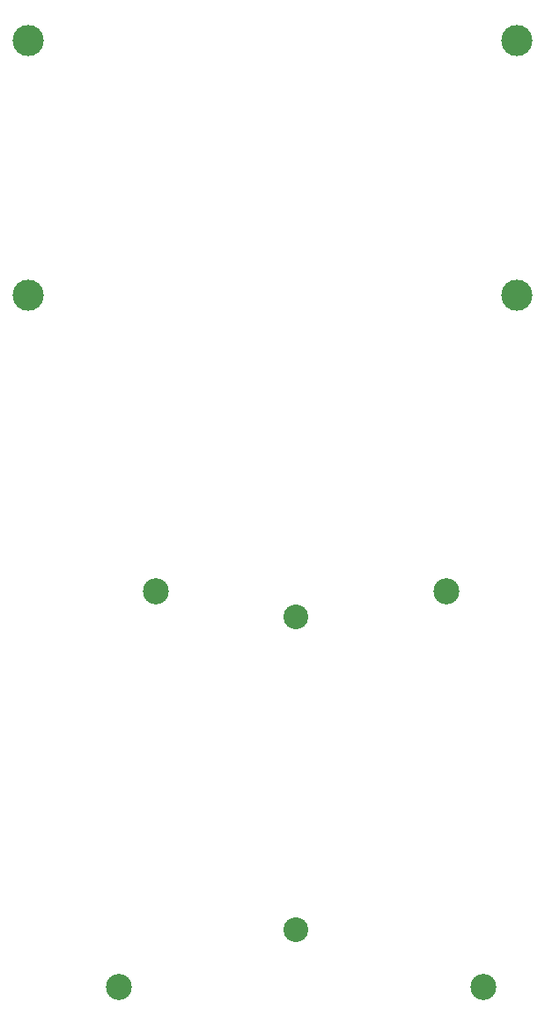
<source format=gbr>
%TF.GenerationSoftware,KiCad,Pcbnew,9.0.3*%
%TF.CreationDate,2025-09-20T20:11:44+05:30*%
%TF.ProjectId,RFID2,52464944-322e-46b6-9963-61645f706362,rev?*%
%TF.SameCoordinates,Original*%
%TF.FileFunction,NonPlated,1,2,NPTH,Drill*%
%TF.FilePolarity,Positive*%
%FSLAX46Y46*%
G04 Gerber Fmt 4.6, Leading zero omitted, Abs format (unit mm)*
G04 Created by KiCad (PCBNEW 9.0.3) date 2025-09-20 20:11:44*
%MOMM*%
%LPD*%
G01*
G04 APERTURE LIST*
%TA.AperFunction,ComponentDrill*%
%ADD10C,2.370000*%
%TD*%
%TA.AperFunction,ComponentDrill*%
%ADD11C,2.500000*%
%TD*%
%TA.AperFunction,ComponentDrill*%
%ADD12C,3.000000*%
%TD*%
G04 APERTURE END LIST*
D10*
%TO.C,BT2*%
X125300000Y-122781937D03*
X125300000Y-152781937D03*
D11*
%TO.C,U1*%
X108300000Y-158281937D03*
X111800000Y-120281937D03*
X139800000Y-120281937D03*
X143300000Y-158281937D03*
D12*
%TO.C,U3*%
X99585000Y-67359437D03*
X99585000Y-91869437D03*
X146535000Y-67359437D03*
X146535000Y-91869437D03*
M02*

</source>
